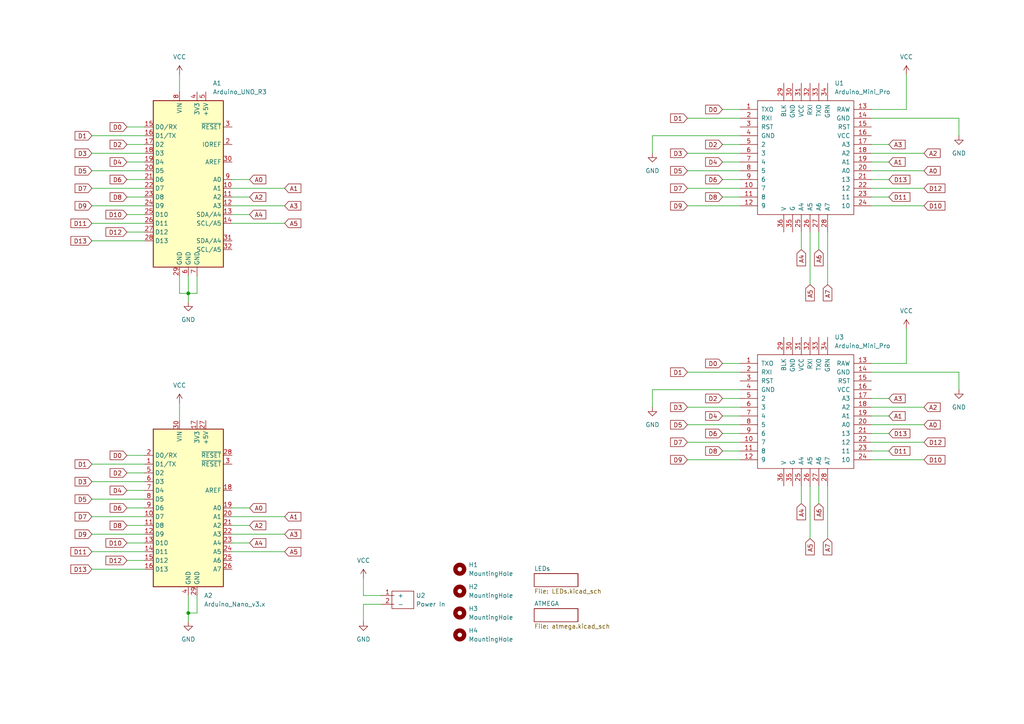
<source format=kicad_sch>
(kicad_sch (version 20211123) (generator eeschema)
  (paper "A4")
  (lib_symbols
    (symbol "MCU_Module:Arduino_Nano_v3.x"
      (property "Reference" "A" (at -10.16 23.495 0))
      (property "Value" "Arduino_Nano_v3.x" (at 5.08 -24.13 0))
      (symbol "Arduino_Nano_v3.x_0_1"
        (rectangle (start -10.16 22.86) (end 10.16 -22.86) (stroke (width 0.254)) (fill (type background)))
      )
      (symbol "Arduino_Nano_v3.x_1_1"
        (pin bidirectional line (at -12.7 12.7 0) (length 2.54) (name "D1/TX") (number "1"))
        (pin bidirectional line (at -12.7 -2.54 0) (length 2.54) (name "D7") (number "10"))
        (pin bidirectional line (at -12.7 -5.08 0) (length 2.54) (name "D8") (number "11"))
        (pin bidirectional line (at -12.7 -7.62 0) (length 2.54) (name "D9") (number "12"))
        (pin bidirectional line (at -12.7 -10.16 0) (length 2.54) (name "D10") (number "13"))
        (pin bidirectional line (at -12.7 -12.7 0) (length 2.54) (name "D11") (number "14"))
        (pin bidirectional line (at -12.7 -15.24 0) (length 2.54) (name "D12") (number "15"))
        (pin bidirectional line (at -12.7 -17.78 0) (length 2.54) (name "D13") (number "16"))
        (pin power_out line (at 2.54 25.4 270) (length 2.54) (name "3V3") (number "17"))
        (pin input line (at 12.7 5.08 180) (length 2.54) (name "AREF") (number "18"))
        (pin bidirectional line (at 12.7 0 180) (length 2.54) (name "A0") (number "19"))
        (pin bidirectional line (at -12.7 15.24 0) (length 2.54) (name "D0/RX") (number "2"))
        (pin bidirectional line (at 12.7 -2.54 180) (length 2.54) (name "A1") (number "20"))
        (pin bidirectional line (at 12.7 -5.08 180) (length 2.54) (name "A2") (number "21"))
        (pin bidirectional line (at 12.7 -7.62 180) (length 2.54) (name "A3") (number "22"))
        (pin bidirectional line (at 12.7 -10.16 180) (length 2.54) (name "A4") (number "23"))
        (pin bidirectional line (at 12.7 -12.7 180) (length 2.54) (name "A5") (number "24"))
        (pin bidirectional line (at 12.7 -15.24 180) (length 2.54) (name "A6") (number "25"))
        (pin bidirectional line (at 12.7 -17.78 180) (length 2.54) (name "A7") (number "26"))
        (pin power_out line (at 5.08 25.4 270) (length 2.54) (name "+5V") (number "27"))
        (pin input line (at 12.7 15.24 180) (length 2.54) (name "~{RESET}") (number "28"))
        (pin power_in line (at 2.54 -25.4 90) (length 2.54) (name "GND") (number "29"))
        (pin input line (at 12.7 12.7 180) (length 2.54) (name "~{RESET}") (number "3"))
        (pin power_in line (at -2.54 25.4 270) (length 2.54) (name "VIN") (number "30"))
        (pin power_in line (at 0 -25.4 90) (length 2.54) (name "GND") (number "4"))
        (pin bidirectional line (at -12.7 10.16 0) (length 2.54) (name "D2") (number "5"))
        (pin bidirectional line (at -12.7 7.62 0) (length 2.54) (name "D3") (number "6"))
        (pin bidirectional line (at -12.7 5.08 0) (length 2.54) (name "D4") (number "7"))
        (pin bidirectional line (at -12.7 2.54 0) (length 2.54) (name "D5") (number "8"))
        (pin bidirectional line (at -12.7 0 0) (length 2.54) (name "D6") (number "9"))
      )
    )
    (symbol "MCU_Module:Arduino_UNO_R3"
      (property "Reference" "A" (at -10.16 23.495 0))
      (property "Value" "Arduino_UNO_R3" (at 5.08 -26.67 0))
      (symbol "Arduino_UNO_R3_0_1"
        (rectangle (start -10.16 22.86) (end 10.16 -25.4) (stroke (width 0.254)) (fill (type background)))
      )
      (symbol "Arduino_UNO_R3_1_1"
        (pin no_connect line (at -10.16 -20.32 0) (length 2.54) hide (name "NC") (number "1"))
        (pin bidirectional line (at 12.7 -2.54 180) (length 2.54) (name "A1") (number "10"))
        (pin bidirectional line (at 12.7 -5.08 180) (length 2.54) (name "A2") (number "11"))
        (pin bidirectional line (at 12.7 -7.62 180) (length 2.54) (name "A3") (number "12"))
        (pin bidirectional line (at 12.7 -10.16 180) (length 2.54) (name "SDA/A4") (number "13"))
        (pin bidirectional line (at 12.7 -12.7 180) (length 2.54) (name "SCL/A5") (number "14"))
        (pin bidirectional line (at -12.7 15.24 0) (length 2.54) (name "D0/RX") (number "15"))
        (pin bidirectional line (at -12.7 12.7 0) (length 2.54) (name "D1/TX") (number "16"))
        (pin bidirectional line (at -12.7 10.16 0) (length 2.54) (name "D2") (number "17"))
        (pin bidirectional line (at -12.7 7.62 0) (length 2.54) (name "D3") (number "18"))
        (pin bidirectional line (at -12.7 5.08 0) (length 2.54) (name "D4") (number "19"))
        (pin output line (at 12.7 10.16 180) (length 2.54) (name "IOREF") (number "2"))
        (pin bidirectional line (at -12.7 2.54 0) (length 2.54) (name "D5") (number "20"))
        (pin bidirectional line (at -12.7 0 0) (length 2.54) (name "D6") (number "21"))
        (pin bidirectional line (at -12.7 -2.54 0) (length 2.54) (name "D7") (number "22"))
        (pin bidirectional line (at -12.7 -5.08 0) (length 2.54) (name "D8") (number "23"))
        (pin bidirectional line (at -12.7 -7.62 0) (length 2.54) (name "D9") (number "24"))
        (pin bidirectional line (at -12.7 -10.16 0) (length 2.54) (name "D10") (number "25"))
        (pin bidirectional line (at -12.7 -12.7 0) (length 2.54) (name "D11") (number "26"))
        (pin bidirectional line (at -12.7 -15.24 0) (length 2.54) (name "D12") (number "27"))
        (pin bidirectional line (at -12.7 -17.78 0) (length 2.54) (name "D13") (number "28"))
        (pin power_in line (at -2.54 -27.94 90) (length 2.54) (name "GND") (number "29"))
        (pin input line (at 12.7 15.24 180) (length 2.54) (name "~{RESET}") (number "3"))
        (pin input line (at 12.7 5.08 180) (length 2.54) (name "AREF") (number "30"))
        (pin bidirectional line (at 12.7 -17.78 180) (length 2.54) (name "SDA/A4") (number "31"))
        (pin bidirectional line (at 12.7 -20.32 180) (length 2.54) (name "SCL/A5") (number "32"))
        (pin power_out line (at 2.54 25.4 270) (length 2.54) (name "3V3") (number "4"))
        (pin power_out line (at 5.08 25.4 270) (length 2.54) (name "+5V") (number "5"))
        (pin power_in line (at 0 -27.94 90) (length 2.54) (name "GND") (number "6"))
        (pin power_in line (at 2.54 -27.94 90) (length 2.54) (name "GND") (number "7"))
        (pin power_in line (at -2.54 25.4 270) (length 2.54) (name "VIN") (number "8"))
        (pin bidirectional line (at 12.7 0 180) (length 2.54) (name "A0") (number "9"))
      )
    )
    (symbol "Mechanical:MountingHole" (pin_names (offset 1.016))
      (property "Reference" "H" (at 0 5.08 0))
      (property "Value" "MountingHole" (at 0 3.175 0))
      (symbol "MountingHole_0_1"
        (circle (center 0 0) (radius 1.27) (stroke (width 1.27)))
      )
    )
    (symbol "My_Arduino:Arduino_Mini_Pro" (pin_names (offset 1.016))
      (property "Reference" "U" (at 6.35 3.81 0))
      (property "Value" "Arduino_Mini_Pro" (at 1.27 7.62 0))
      (symbol "Arduino_Mini_Pro_0_1"
        (rectangle (start 5.08 2.54) (end 33.02 -30.48))
      )
      (symbol "Arduino_Mini_Pro_1_1"
        (pin output line (at 0 0 0) (length 5.08) (name "TXO") (number "1"))
        (pin bidirectional line (at 0 -22.86 0) (length 5.08) (name "7") (number "10"))
        (pin bidirectional line (at 0 -25.4 0) (length 5.08) (name "8") (number "11"))
        (pin bidirectional line (at 0 -27.94 0) (length 5.08) (name "9") (number "12"))
        (pin power_in line (at 38.1 0 180) (length 5.08) (name "RAW") (number "13"))
        (pin power_in line (at 38.1 -2.54 180) (length 5.08) (name "GND") (number "14"))
        (pin input line (at 38.1 -5.08 180) (length 5.08) (name "RST") (number "15"))
        (pin power_out line (at 38.1 -7.62 180) (length 5.08) (name "VCC") (number "16"))
        (pin bidirectional line (at 38.1 -10.16 180) (length 5.08) (name "A3") (number "17"))
        (pin bidirectional line (at 38.1 -12.7 180) (length 5.08) (name "A2") (number "18"))
        (pin bidirectional line (at 38.1 -15.24 180) (length 5.08) (name "A1") (number "19"))
        (pin input line (at 0 -2.54 0) (length 5.08) (name "RXI") (number "2"))
        (pin bidirectional line (at 38.1 -17.78 180) (length 5.08) (name "A0") (number "20"))
        (pin bidirectional line (at 38.1 -20.32 180) (length 5.08) (name "13") (number "21"))
        (pin bidirectional line (at 38.1 -22.86 180) (length 5.08) (name "12") (number "22"))
        (pin bidirectional line (at 38.1 -25.4 180) (length 5.08) (name "11") (number "23"))
        (pin bidirectional line (at 38.1 -27.94 180) (length 5.08) (name "10") (number "24"))
        (pin bidirectional line (at 17.78 -35.56 90) (length 5.08) (name "A4") (number "25"))
        (pin bidirectional line (at 20.32 -35.56 90) (length 5.08) (name "A5") (number "26"))
        (pin bidirectional line (at 22.86 -35.56 90) (length 5.08) (name "A6") (number "27"))
        (pin bidirectional line (at 25.4 -35.56 90) (length 5.08) (name "A7") (number "28"))
        (pin input line (at 12.7 7.62 270) (length 5.08) (name "BLK") (number "29"))
        (pin input line (at 0 -5.08 0) (length 5.08) (name "RST") (number "3"))
        (pin passive line (at 15.24 7.62 270) (length 5.08) (name "GND") (number "30"))
        (pin power_in line (at 17.78 7.62 270) (length 5.08) (name "VCC") (number "31"))
        (pin input line (at 20.32 7.62 270) (length 5.08) (name "RXI") (number "32"))
        (pin output line (at 22.86 7.62 270) (length 5.08) (name "TXO") (number "33"))
        (pin input line (at 25.4 7.62 270) (length 5.08) (name "GRN") (number "34"))
        (pin passive line (at 15.24 -35.56 90) (length 5.08) (name "G") (number "35"))
        (pin power_out line (at 12.7 -35.56 90) (length 5.08) (name "V") (number "36"))
        (pin passive line (at 0 -7.62 0) (length 5.08) (name "GND") (number "4"))
        (pin bidirectional line (at 0 -10.16 0) (length 5.08) (name "2") (number "5"))
        (pin bidirectional line (at 0 -12.7 0) (length 5.08) (name "3") (number "6"))
        (pin bidirectional line (at 0 -15.24 0) (length 5.08) (name "4") (number "7"))
        (pin bidirectional line (at 0 -17.78 0) (length 5.08) (name "5") (number "8"))
        (pin bidirectional line (at 0 -20.32 0) (length 5.08) (name "6") (number "9"))
      )
    )
    (symbol "My_Parts:2-pole_power_in_screw_terminal" (pin_names (offset 1.016))
      (property "Reference" "U" (at 4.445 3.175 0))
      (property "Value" "2-pole_power_in_screw_terminal" (at 6.35 -5.715 0))
      (symbol "2-pole_power_in_screw_terminal_0_1"
        (rectangle (start 3.175 1.27) (end 9.525 -3.81))
      )
      (symbol "2-pole_power_in_screw_terminal_1_1"
        (pin power_in line (at 0 0 0) (length 3.81) (name "+") (number "1"))
        (pin power_in line (at 0 -2.54 0) (length 3.81) (name "-") (number "2"))
      )
    )
    (symbol "power:GND" (power) (pin_names (offset 0))
      (property "Value" "GND" (at 0 -3.81 0))
      (symbol "GND_0_1"
        (polyline (pts (xy 0 0) (xy 0 -1.27) (xy 1.27 -1.27) (xy 0 -2.54) (xy -1.27 -1.27) (xy 0 -1.27)))
      )
      (symbol "GND_1_1"
        (pin power_in line (at 0 0 270) (length 0) hide (name "GND") (number "1"))
      )
    )
    (symbol "power:VCC" (power) (pin_names (offset 0))
      (property "Value" "VCC" (at 0 3.81 0))
      (symbol "VCC_0_1"
        (polyline (pts (xy -0.762 1.27) (xy 0 2.54)))
        (polyline (pts (xy 0 0) (xy 0 2.54)))
        (polyline (pts (xy 0 2.54) (xy 0.762 1.27)))
      )
      (symbol "VCC_1_1"
        (pin power_in line (at 0 0 90) (length 0) hide (name "VCC") (number "1"))
      )
    )
  )
  (junction (at 54.61 177.8))
  (junction (at 54.61 85.09))
  (wire (pts (xy 252.73 52.07) (xy 257.81 52.07)))
  (wire (pts (xy 252.73 115.57) (xy 257.81 115.57)))
  (wire (pts (xy 26.67 154.94) (xy 41.91 154.94)))
  (wire (pts (xy 199.39 44.45) (xy 214.63 44.45)))
  (wire (pts (xy 36.83 152.4) (xy 41.91 152.4)))
  (wire (pts (xy 240.03 67.31) (xy 240.03 82.55)))
  (wire (pts (xy 252.73 128.27) (xy 267.97 128.27)))
  (wire (pts (xy 52.07 21.59) (xy 52.07 26.67)))
  (wire (pts (xy 209.55 52.07) (xy 214.63 52.07)))
  (wire (pts (xy 252.73 133.35) (xy 267.97 133.35)))
  (wire (pts (xy 105.41 175.26) (xy 105.41 180.34)))
  (wire (pts (xy 240.03 140.97) (xy 240.03 156.21)))
  (wire (pts (xy 234.95 140.97) (xy 234.95 156.21)))
  (wire (pts (xy 252.73 54.61) (xy 267.97 54.61)))
  (wire (pts (xy 26.67 160.02) (xy 41.91 160.02)))
  (wire (pts (xy 105.41 172.72) (xy 105.41 167.64)))
  (wire (pts (xy 67.31 152.4) (xy 72.39 152.4)))
  (wire (pts (xy 252.73 107.95) (xy 278.13 107.95)))
  (wire (pts (xy 67.31 62.23) (xy 72.39 62.23)))
  (wire (pts (xy 209.55 46.99) (xy 214.63 46.99)))
  (wire (pts (xy 214.63 113.03) (xy 189.23 113.03)))
  (wire (pts (xy 26.67 64.77) (xy 41.91 64.77)))
  (wire (pts (xy 26.67 134.62) (xy 41.91 134.62)))
  (wire (pts (xy 252.73 44.45) (xy 267.97 44.45)))
  (wire (pts (xy 262.89 105.41) (xy 262.89 95.25)))
  (wire (pts (xy 54.61 85.09) (xy 54.61 87.63)))
  (wire (pts (xy 52.07 116.84) (xy 52.07 121.92)))
  (wire (pts (xy 252.73 118.11) (xy 267.97 118.11)))
  (wire (pts (xy 36.83 41.91) (xy 41.91 41.91)))
  (wire (pts (xy 26.67 39.37) (xy 41.91 39.37)))
  (wire (pts (xy 199.39 54.61) (xy 214.63 54.61)))
  (wire (pts (xy 26.67 59.69) (xy 41.91 59.69)))
  (wire (pts (xy 110.49 172.72) (xy 105.41 172.72)))
  (wire (pts (xy 209.55 57.15) (xy 214.63 57.15)))
  (wire (pts (xy 199.39 34.29) (xy 214.63 34.29)))
  (wire (pts (xy 36.83 67.31) (xy 41.91 67.31)))
  (wire (pts (xy 252.73 105.41) (xy 262.89 105.41)))
  (wire (pts (xy 36.83 57.15) (xy 41.91 57.15)))
  (wire (pts (xy 67.31 57.15) (xy 72.39 57.15)))
  (wire (pts (xy 252.73 57.15) (xy 257.81 57.15)))
  (wire (pts (xy 189.23 113.03) (xy 189.23 118.11)))
  (wire (pts (xy 237.49 140.97) (xy 237.49 146.05)))
  (wire (pts (xy 26.67 69.85) (xy 41.91 69.85)))
  (wire (pts (xy 57.15 172.72) (xy 57.15 177.8)))
  (wire (pts (xy 199.39 118.11) (xy 214.63 118.11)))
  (wire (pts (xy 209.55 125.73) (xy 214.63 125.73)))
  (wire (pts (xy 52.07 85.09) (xy 52.07 80.01)))
  (wire (pts (xy 252.73 46.99) (xy 257.81 46.99)))
  (wire (pts (xy 67.31 52.07) (xy 72.39 52.07)))
  (wire (pts (xy 67.31 54.61) (xy 82.55 54.61)))
  (wire (pts (xy 57.15 177.8) (xy 54.61 177.8)))
  (wire (pts (xy 26.67 149.86) (xy 41.91 149.86)))
  (wire (pts (xy 36.83 36.83) (xy 41.91 36.83)))
  (wire (pts (xy 252.73 123.19) (xy 267.97 123.19)))
  (wire (pts (xy 57.15 85.09) (xy 54.61 85.09)))
  (wire (pts (xy 36.83 62.23) (xy 41.91 62.23)))
  (wire (pts (xy 252.73 59.69) (xy 267.97 59.69)))
  (wire (pts (xy 209.55 41.91) (xy 214.63 41.91)))
  (wire (pts (xy 26.67 139.7) (xy 41.91 139.7)))
  (wire (pts (xy 67.31 149.86) (xy 82.55 149.86)))
  (wire (pts (xy 189.23 39.37) (xy 189.23 44.45)))
  (wire (pts (xy 36.83 46.99) (xy 41.91 46.99)))
  (wire (pts (xy 199.39 123.19) (xy 214.63 123.19)))
  (wire (pts (xy 26.67 165.1) (xy 41.91 165.1)))
  (wire (pts (xy 26.67 49.53) (xy 41.91 49.53)))
  (wire (pts (xy 214.63 39.37) (xy 189.23 39.37)))
  (wire (pts (xy 199.39 133.35) (xy 214.63 133.35)))
  (wire (pts (xy 26.67 54.61) (xy 41.91 54.61)))
  (wire (pts (xy 209.55 130.81) (xy 214.63 130.81)))
  (wire (pts (xy 234.95 67.31) (xy 234.95 82.55)))
  (wire (pts (xy 278.13 34.29) (xy 278.13 39.37)))
  (wire (pts (xy 67.31 59.69) (xy 82.55 59.69)))
  (wire (pts (xy 67.31 64.77) (xy 82.55 64.77)))
  (wire (pts (xy 252.73 31.75) (xy 262.89 31.75)))
  (wire (pts (xy 252.73 130.81) (xy 257.81 130.81)))
  (wire (pts (xy 67.31 147.32) (xy 72.39 147.32)))
  (wire (pts (xy 36.83 142.24) (xy 41.91 142.24)))
  (wire (pts (xy 209.55 105.41) (xy 214.63 105.41)))
  (wire (pts (xy 199.39 59.69) (xy 214.63 59.69)))
  (wire (pts (xy 199.39 49.53) (xy 214.63 49.53)))
  (wire (pts (xy 209.55 120.65) (xy 214.63 120.65)))
  (wire (pts (xy 67.31 160.02) (xy 82.55 160.02)))
  (wire (pts (xy 67.31 157.48) (xy 72.39 157.48)))
  (wire (pts (xy 36.83 52.07) (xy 41.91 52.07)))
  (wire (pts (xy 57.15 80.01) (xy 57.15 85.09)))
  (wire (pts (xy 36.83 147.32) (xy 41.91 147.32)))
  (wire (pts (xy 199.39 107.95) (xy 214.63 107.95)))
  (wire (pts (xy 209.55 31.75) (xy 214.63 31.75)))
  (wire (pts (xy 36.83 162.56) (xy 41.91 162.56)))
  (wire (pts (xy 26.67 144.78) (xy 41.91 144.78)))
  (wire (pts (xy 199.39 128.27) (xy 214.63 128.27)))
  (wire (pts (xy 36.83 137.16) (xy 41.91 137.16)))
  (wire (pts (xy 54.61 85.09) (xy 52.07 85.09)))
  (wire (pts (xy 252.73 120.65) (xy 257.81 120.65)))
  (wire (pts (xy 252.73 41.91) (xy 257.81 41.91)))
  (wire (pts (xy 36.83 132.08) (xy 41.91 132.08)))
  (wire (pts (xy 54.61 80.01) (xy 54.61 85.09)))
  (wire (pts (xy 54.61 172.72) (xy 54.61 177.8)))
  (wire (pts (xy 67.31 154.94) (xy 82.55 154.94)))
  (wire (pts (xy 36.83 157.48) (xy 41.91 157.48)))
  (wire (pts (xy 110.49 175.26) (xy 105.41 175.26)))
  (wire (pts (xy 209.55 115.57) (xy 214.63 115.57)))
  (wire (pts (xy 232.41 140.97) (xy 232.41 146.05)))
  (wire (pts (xy 237.49 67.31) (xy 237.49 72.39)))
  (wire (pts (xy 232.41 67.31) (xy 232.41 72.39)))
  (wire (pts (xy 252.73 125.73) (xy 257.81 125.73)))
  (wire (pts (xy 252.73 49.53) (xy 267.97 49.53)))
  (wire (pts (xy 252.73 34.29) (xy 278.13 34.29)))
  (wire (pts (xy 262.89 31.75) (xy 262.89 21.59)))
  (wire (pts (xy 278.13 107.95) (xy 278.13 113.03)))
  (wire (pts (xy 54.61 177.8) (xy 54.61 180.34)))
  (wire (pts (xy 26.67 44.45) (xy 41.91 44.45)))
  (global_label "D12" (shape input) (at 36.83 67.31 180) (property "Intersheet References" "${INTERSHEET_REFS}" (effects hide)))
  (global_label "D6" (shape input) (at 36.83 52.07 180) (property "Intersheet References" "${INTERSHEET_REFS}" (effects hide)))
  (global_label "A5" (shape input) (at 234.95 156.21 270) (property "Intersheet References" "${INTERSHEET_REFS}" (effects hide)))
  (global_label "A1" (shape input) (at 257.81 46.99 0) (property "Intersheet References" "${INTERSHEET_REFS}" (effects hide)))
  (global_label "D6" (shape input) (at 36.83 147.32 180) (property "Intersheet References" "${INTERSHEET_REFS}" (effects hide)))
  (global_label "A4" (shape input) (at 232.41 146.05 270) (property "Intersheet References" "${INTERSHEET_REFS}" (effects hide)))
  (global_label "A5" (shape input) (at 82.55 160.02 0) (property "Intersheet References" "${INTERSHEET_REFS}" (effects hide)))
  (global_label "D2" (shape input) (at 209.55 115.57 180) (property "Intersheet References" "${INTERSHEET_REFS}" (effects hide)))
  (global_label "D6" (shape input) (at 209.55 52.07 180) (property "Intersheet References" "${INTERSHEET_REFS}" (effects hide)))
  (global_label "A3" (shape input) (at 257.81 115.57 0) (property "Intersheet References" "${INTERSHEET_REFS}" (effects hide)))
  (global_label "A7" (shape input) (at 240.03 156.21 270) (property "Intersheet References" "${INTERSHEET_REFS}" (effects hide)))
  (global_label "D11" (shape input) (at 257.81 57.15 0) (property "Intersheet References" "${INTERSHEET_REFS}" (effects hide)))
  (global_label "A3" (shape input) (at 257.81 41.91 0) (property "Intersheet References" "${INTERSHEET_REFS}" (effects hide)))
  (global_label "D10" (shape input) (at 267.97 59.69 0) (property "Intersheet References" "${INTERSHEET_REFS}" (effects hide)))
  (global_label "D8" (shape input) (at 209.55 130.81 180) (property "Intersheet References" "${INTERSHEET_REFS}" (effects hide)))
  (global_label "D13" (shape input) (at 257.81 125.73 0) (property "Intersheet References" "${INTERSHEET_REFS}" (effects hide)))
  (global_label "D9" (shape input) (at 199.39 59.69 180) (property "Intersheet References" "${INTERSHEET_REFS}" (effects hide)))
  (global_label "A4" (shape input) (at 232.41 72.39 270) (property "Intersheet References" "${INTERSHEET_REFS}" (effects hide)))
  (global_label "D9" (shape input) (at 26.67 154.94 180) (property "Intersheet References" "${INTERSHEET_REFS}" (effects hide)))
  (global_label "A2" (shape input) (at 72.39 152.4 0) (property "Intersheet References" "${INTERSHEET_REFS}" (effects hide)))
  (global_label "D10" (shape input) (at 36.83 157.48 180) (property "Intersheet References" "${INTERSHEET_REFS}" (effects hide)))
  (global_label "D4" (shape input) (at 209.55 120.65 180) (property "Intersheet References" "${INTERSHEET_REFS}" (effects hide)))
  (global_label "D11" (shape input) (at 26.67 64.77 180) (property "Intersheet References" "${INTERSHEET_REFS}" (effects hide)))
  (global_label "A0" (shape input) (at 72.39 52.07 0) (property "Intersheet References" "${INTERSHEET_REFS}" (effects hide)))
  (global_label "D12" (shape input) (at 267.97 54.61 0) (property "Intersheet References" "${INTERSHEET_REFS}" (effects hide)))
  (global_label "D3" (shape input) (at 199.39 44.45 180) (property "Intersheet References" "${INTERSHEET_REFS}" (effects hide)))
  (global_label "D3" (shape input) (at 26.67 139.7 180) (property "Intersheet References" "${INTERSHEET_REFS}" (effects hide)))
  (global_label "D0" (shape input) (at 209.55 105.41 180) (property "Intersheet References" "${INTERSHEET_REFS}" (effects hide)))
  (global_label "D10" (shape input) (at 267.97 133.35 0) (property "Intersheet References" "${INTERSHEET_REFS}" (effects hide)))
  (global_label "D3" (shape input) (at 26.67 44.45 180) (property "Intersheet References" "${INTERSHEET_REFS}" (effects hide)))
  (global_label "A6" (shape input) (at 237.49 146.05 270) (property "Intersheet References" "${INTERSHEET_REFS}" (effects hide)))
  (global_label "D9" (shape input) (at 26.67 59.69 180) (property "Intersheet References" "${INTERSHEET_REFS}" (effects hide)))
  (global_label "D13" (shape input) (at 257.81 52.07 0) (property "Intersheet References" "${INTERSHEET_REFS}" (effects hide)))
  (global_label "D5" (shape input) (at 26.67 49.53 180) (property "Intersheet References" "${INTERSHEET_REFS}" (effects hide)))
  (global_label "D1" (shape input) (at 26.67 134.62 180) (property "Intersheet References" "${INTERSHEET_REFS}" (effects hide)))
  (global_label "D5" (shape input) (at 199.39 123.19 180) (property "Intersheet References" "${INTERSHEET_REFS}" (effects hide)))
  (global_label "A4" (shape input) (at 72.39 157.48 0) (property "Intersheet References" "${INTERSHEET_REFS}" (effects hide)))
  (global_label "A1" (shape input) (at 82.55 54.61 0) (property "Intersheet References" "${INTERSHEET_REFS}" (effects hide)))
  (global_label "D9" (shape input) (at 199.39 133.35 180) (property "Intersheet References" "${INTERSHEET_REFS}" (effects hide)))
  (global_label "A1" (shape input) (at 82.55 149.86 0) (property "Intersheet References" "${INTERSHEET_REFS}" (effects hide)))
  (global_label "D13" (shape input) (at 26.67 69.85 180) (property "Intersheet References" "${INTERSHEET_REFS}" (effects hide)))
  (global_label "D13" (shape input) (at 26.67 165.1 180) (property "Intersheet References" "${INTERSHEET_REFS}" (effects hide)))
  (global_label "D0" (shape input) (at 36.83 132.08 180) (property "Intersheet References" "${INTERSHEET_REFS}" (effects hide)))
  (global_label "D10" (shape input) (at 36.83 62.23 180) (property "Intersheet References" "${INTERSHEET_REFS}" (effects hide)))
  (global_label "D12" (shape input) (at 267.97 128.27 0) (property "Intersheet References" "${INTERSHEET_REFS}" (effects hide)))
  (global_label "D1" (shape input) (at 199.39 34.29 180) (property "Intersheet References" "${INTERSHEET_REFS}" (effects hide)))
  (global_label "A7" (shape input) (at 240.03 82.55 270) (property "Intersheet References" "${INTERSHEET_REFS}" (effects hide)))
  (global_label "A0" (shape input) (at 267.97 123.19 0) (property "Intersheet References" "${INTERSHEET_REFS}" (effects hide)))
  (global_label "A0" (shape input) (at 267.97 49.53 0) (property "Intersheet References" "${INTERSHEET_REFS}" (effects hide)))
  (global_label "D0" (shape input) (at 36.83 36.83 180) (property "Intersheet References" "${INTERSHEET_REFS}" (effects hide)))
  (global_label "D5" (shape input) (at 199.39 49.53 180) (property "Intersheet References" "${INTERSHEET_REFS}" (effects hide)))
  (global_label "D7" (shape input) (at 26.67 149.86 180) (property "Intersheet References" "${INTERSHEET_REFS}" (effects hide)))
  (global_label "D3" (shape input) (at 199.39 118.11 180) (property "Intersheet References" "${INTERSHEET_REFS}" (effects hide)))
  (global_label "D1" (shape input) (at 199.39 107.95 180) (property "Intersheet References" "${INTERSHEET_REFS}" (effects hide)))
  (global_label "D7" (shape input) (at 199.39 54.61 180) (property "Intersheet References" "${INTERSHEET_REFS}" (effects hide)))
  (global_label "D4" (shape input) (at 36.83 46.99 180) (property "Intersheet References" "${INTERSHEET_REFS}" (effects hide)))
  (global_label "D1" (shape input) (at 26.67 39.37 180) (property "Intersheet References" "${INTERSHEET_REFS}" (effects hide)))
  (global_label "D7" (shape input) (at 26.67 54.61 180) (property "Intersheet References" "${INTERSHEET_REFS}" (effects hide)))
  (global_label "A6" (shape input) (at 237.49 72.39 270) (property "Intersheet References" "${INTERSHEET_REFS}" (effects hide)))
  (global_label "A3" (shape input) (at 82.55 154.94 0) (property "Intersheet References" "${INTERSHEET_REFS}" (effects hide)))
  (global_label "D8" (shape input) (at 36.83 57.15 180) (property "Intersheet References" "${INTERSHEET_REFS}" (effects hide)))
  (global_label "D8" (shape input) (at 36.83 152.4 180) (property "Intersheet References" "${INTERSHEET_REFS}" (effects hide)))
  (global_label "A3" (shape input) (at 82.55 59.69 0) (property "Intersheet References" "${INTERSHEET_REFS}" (effects hide)))
  (global_label "A0" (shape input) (at 72.39 147.32 0) (property "Intersheet References" "${INTERSHEET_REFS}" (effects hide)))
  (global_label "D2" (shape input) (at 209.55 41.91 180) (property "Intersheet References" "${INTERSHEET_REFS}" (effects hide)))
  (global_label "A4" (shape input) (at 72.39 62.23 0) (property "Intersheet References" "${INTERSHEET_REFS}" (effects hide)))
  (global_label "D2" (shape input) (at 36.83 41.91 180) (property "Intersheet References" "${INTERSHEET_REFS}" (effects hide)))
  (global_label "D11" (shape input) (at 26.67 160.02 180) (property "Intersheet References" "${INTERSHEET_REFS}" (effects hide)))
  (global_label "A5" (shape input) (at 234.95 82.55 270) (property "Intersheet References" "${INTERSHEET_REFS}" (effects hide)))
  (global_label "D4" (shape input) (at 209.55 46.99 180) (property "Intersheet References" "${INTERSHEET_REFS}" (effects hide)))
  (global_label "A2" (shape input) (at 267.97 44.45 0) (property "Intersheet References" "${INTERSHEET_REFS}" (effects hide)))
  (global_label "D0" (shape input) (at 209.55 31.75 180) (property "Intersheet References" "${INTERSHEET_REFS}" (effects hide)))
  (global_label "D5" (shape input) (at 26.67 144.78 180) (property "Intersheet References" "${INTERSHEET_REFS}" (effects hide)))
  (global_label "A2" (shape input) (at 72.39 57.15 0) (property "Intersheet References" "${INTERSHEET_REFS}" (effects hide)))
  (global_label "A1" (shape input) (at 257.81 120.65 0) (property "Intersheet References" "${INTERSHEET_REFS}" (effects hide)))
  (global_label "D2" (shape input) (at 36.83 137.16 180) (property "Intersheet References" "${INTERSHEET_REFS}" (effects hide)))
  (global_label "D12" (shape input) (at 36.83 162.56 180) (property "Intersheet References" "${INTERSHEET_REFS}" (effects hide)))
  (global_label "A2" (shape input) (at 267.97 118.11 0) (property "Intersheet References" "${INTERSHEET_REFS}" (effects hide)))
  (global_label "D6" (shape input) (at 209.55 125.73 180) (property "Intersheet References" "${INTERSHEET_REFS}" (effects hide)))
  (global_label "D11" (shape input) (at 257.81 130.81 0) (property "Intersheet References" "${INTERSHEET_REFS}" (effects hide)))
  (global_label "D8" (shape input) (at 209.55 57.15 180) (property "Intersheet References" "${INTERSHEET_REFS}" (effects hide)))
  (global_label "D7" (shape input) (at 199.39 128.27 180) (property "Intersheet References" "${INTERSHEET_REFS}" (effects hide)))
  (global_label "A5" (shape input) (at 82.55 64.77 0) (property "Intersheet References" "${INTERSHEET_REFS}" (effects hide)))
  (global_label "D4" (shape input) (at 36.83 142.24 180) (property "Intersheet References" "${INTERSHEET_REFS}" (effects hide)))
  (symbol (lib_id "Mechanical:MountingHole") (at 133.35 184.15 0) (unit 1)
    (property "Reference" "H4" (at 135.89 182.8799 0) (effects (justify left)))
    (property "Value" "MountingHole" (at 135.89 185.4199 0) (effects (justify left)))
    (property "Footprint" "MountingHole:MountingHole_3.2mm_M3" (effects hide))
  )
  (symbol (lib_id "Mechanical:MountingHole") (at 133.35 165.1 0) (unit 1)
    (property "Reference" "H1" (at 135.89 163.8299 0) (effects (justify left)))
    (property "Value" "MountingHole" (at 135.89 166.3699 0) (effects (justify left)))
    (property "Footprint" "MountingHole:MountingHole_3.2mm_M3" (effects hide))
  )
  (symbol (lib_id "Mechanical:MountingHole") (at 133.35 177.8 0) (unit 1)
    (property "Reference" "H3" (at 135.89 176.5299 0) (effects (justify left)))
    (property "Value" "MountingHole" (at 135.89 179.0699 0) (effects (justify left)))
    (property "Footprint" "MountingHole:MountingHole_3.2mm_M3" (effects hide))
  )
  (symbol (lib_id "MCU_Module:Arduino_UNO_R3") (at 54.61 52.07 0) (unit 1)
    (property "Reference" "A1" (at 61.7094 24.13 0) (effects (justify left)))
    (property "Value" "Arduino_UNO_R3" (at 61.7094 26.67 0) (effects (justify left)))
    (property "Footprint" "My_Arduino:Arduino_UNO_R3_shield_large" (effects hide))
    (property "Datasheet" "https://www.arduino.cc/en/Main/arduinoBoardUno" (effects hide))
  )
  (symbol (lib_id "power:GND") (at 189.23 44.45 0) (unit 1)
    (property "Reference" "#PWR0123" (effects hide))
    (property "Value" "GND" (at 189.23 49.53 0))
  )
  (symbol (lib_id "power:GND") (at 278.13 113.03 0) (unit 1)
    (property "Reference" "#PWR0104" (effects hide))
    (property "Value" "GND" (at 278.13 118.11 0))
  )
  (symbol (lib_id "power:GND") (at 54.61 180.34 0) (unit 1)
    (property "Reference" "#PWR0105" (effects hide))
    (property "Value" "GND" (at 54.61 185.42 0))
  )
  (symbol (lib_id "power:VCC") (at 105.41 167.64 0) (unit 1)
    (property "Reference" "#PWR0127" (effects hide))
    (property "Value" "VCC" (at 105.41 162.56 0))
  )
  (symbol (lib_id "Mechanical:MountingHole") (at 133.35 171.45 0) (unit 1)
    (property "Reference" "H2" (at 135.89 170.1799 0) (effects (justify left)))
    (property "Value" "MountingHole" (at 135.89 172.7199 0) (effects (justify left)))
    (property "Footprint" "MountingHole:MountingHole_3.2mm_M3" (effects hide))
  )
  (symbol (lib_id "My_Arduino:Arduino_Mini_Pro") (at 214.63 105.41 0) (unit 1)
    (property "Reference" "U3" (at 242.0494 97.79 0) (effects (justify left)))
    (property "Value" "Arduino_Mini_Pro" (at 242.0494 100.33 0) (effects (justify left)))
    (property "Footprint" "My_Arduino:Arduino_Pro_Mini_vA_sides_n_A4-A7_large" (effects hide))
  )
  (symbol (lib_id "MCU_Module:Arduino_Nano_v3.x") (at 54.61 147.32 0) (unit 1)
    (property "Reference" "A2" (at 59.1694 172.72 0) (effects (justify left)))
    (property "Value" "Arduino_Nano_v3.x" (at 59.1694 175.26 0) (effects (justify left)))
    (property "Footprint" "My_Arduino:Arduino_Nano_WithMountingHoles_larger" (effects hide))
    (property "Datasheet" "http://www.mouser.com/pdfdocs/Gravitech_Arduino_Nano3_0.pdf" (effects hide))
  )
  (symbol (lib_id "power:VCC") (at 262.89 21.59 0) (unit 1)
    (property "Reference" "#PWR0125" (effects hide))
    (property "Value" "VCC" (at 262.89 16.51 0))
  )
  (symbol (lib_id "power:GND") (at 105.41 180.34 0) (unit 1)
    (property "Reference" "#PWR0126" (effects hide))
    (property "Value" "GND" (at 105.41 185.42 0))
  )
  (symbol (lib_id "My_Arduino:Arduino_Mini_Pro") (at 214.63 31.75 0) (unit 1)
    (property "Reference" "U1" (at 242.0494 24.13 0) (effects (justify left)))
    (property "Value" "Arduino_Mini_Pro" (at 242.0494 26.67 0) (effects (justify left)))
    (property "Footprint" "My_Arduino:Arduino_Pro_Mini_vC_no-progr-large" (effects hide))
  )
  (symbol (lib_id "power:VCC") (at 262.89 95.25 0) (unit 1)
    (property "Reference" "#PWR0103" (effects hide))
    (property "Value" "VCC" (at 262.89 90.17 0))
  )
  (symbol (lib_id "power:VCC") (at 52.07 116.84 0) (unit 1)
    (property "Reference" "#PWR0102" (effects hide))
    (property "Value" "VCC" (at 52.07 111.76 0))
  )
  (symbol (lib_id "power:GND") (at 54.61 87.63 0) (unit 1)
    (property "Reference" "#PWR0101" (effects hide))
    (property "Value" "GND" (at 54.61 92.71 0))
  )
  (symbol (lib_id "power:VCC") (at 52.07 21.59 0) (unit 1)
    (property "Reference" "#PWR0106" (effects hide))
    (property "Value" "VCC" (at 52.07 16.51 0))
  )
  (symbol (lib_id "My_Parts:2-pole_power_in_screw_terminal") (at 110.49 172.72 0) (unit 1)
    (property "Reference" "U2" (at 120.65 172.7199 0) (effects (justify left)))
    (property "Value" "Power In" (at 120.65 175.2599 0) (effects (justify left)))
    (property "Footprint" "My_Parts:2-pole_power_in_screw_terminal" (effects hide))
  )
  (symbol (lib_id "power:GND") (at 189.23 118.11 0) (unit 1)
    (property "Reference" "#PWR0107" (effects hide))
    (property "Value" "GND" (at 189.23 123.19 0))
  )
  (symbol (lib_id "power:GND") (at 278.13 39.37 0) (unit 1)
    (property "Reference" "#PWR0124" (effects hide))
    (property "Value" "GND" (at 278.13 44.45 0))
  )
  (sheet (at 154.94 176.53) (size 12.7 3.81) (stroke (width 0.1524))
    (property "Sheet name" "ATMEGA" (at 154.94 175.8184 0) (effects (justify left bottom)))
    (property "Sheet file" "atmega.kicad_sch" (at 154.94 180.9246 0) (effects (justify left top)))
  )
  (sheet (at 154.94 166.37) (size 12.7 3.81) (stroke (width 0.1524))
    (property "Sheet name" "LEDs" (at 154.94 165.6584 0) (effects (justify left bottom)))
    (property "Sheet file" "LEDs.kicad_sch" (at 154.94 170.7646 0) (effects (justify left top)))
  )
)
</source>
